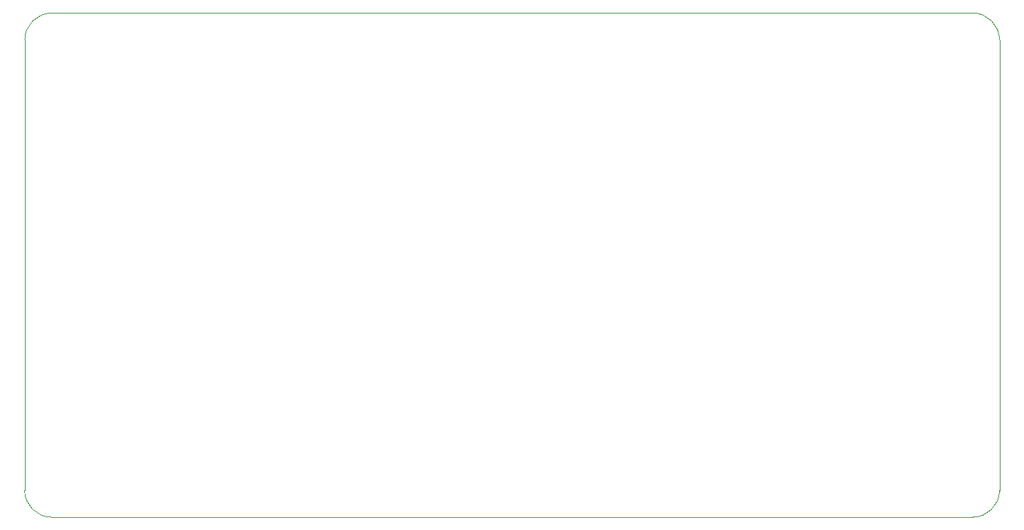
<source format=gbr>
%TF.GenerationSoftware,KiCad,Pcbnew,9.0.2+1*%
%TF.CreationDate,2025-08-16T03:16:37+01:00*%
%TF.ProjectId,Elytra,456c7974-7261-42e6-9b69-6361645f7063,rev?*%
%TF.SameCoordinates,Original*%
%TF.FileFunction,Profile,NP*%
%FSLAX46Y46*%
G04 Gerber Fmt 4.6, Leading zero omitted, Abs format (unit mm)*
G04 Created by KiCad (PCBNEW 9.0.2+1) date 2025-08-16 03:16:37*
%MOMM*%
%LPD*%
G01*
G04 APERTURE LIST*
%TA.AperFunction,Profile*%
%ADD10C,0.050000*%
%TD*%
G04 APERTURE END LIST*
D10*
X96200000Y-139500000D02*
G75*
G02*
X93000000Y-136300000I0J3200000D01*
G01*
X96200000Y-139500000D02*
X205800000Y-139500391D01*
X209000000Y-136350000D02*
X209000000Y-82700000D01*
X209000000Y-136350000D02*
G75*
G02*
X205800000Y-139500391I-3200000J50000D01*
G01*
X205800000Y-79500000D02*
X96225000Y-79500000D01*
X93025000Y-82700000D02*
G75*
G02*
X96225000Y-79500000I3200000J0D01*
G01*
X205800000Y-79500000D02*
G75*
G02*
X209000000Y-82700000I0J-3200000D01*
G01*
X93025000Y-82700000D02*
X93000000Y-136300000D01*
M02*

</source>
